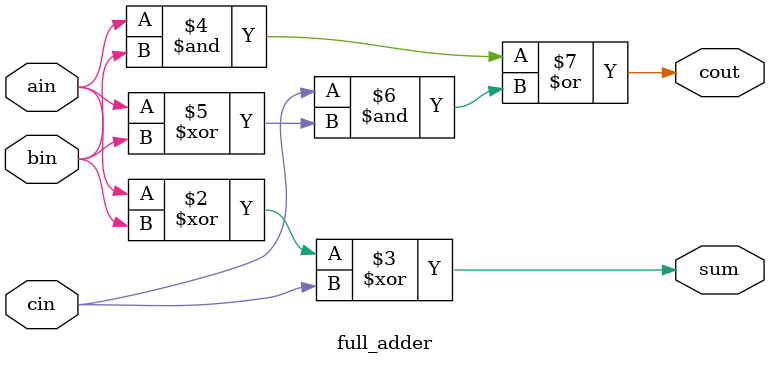
<source format=v>
module full_adder (
    output reg cout,
    output reg sum,
    input wire ain,
    input wire bin,
    input wire cin
);

always @(*) begin
    sum = ain ^ bin ^ cin;
    cout = (ain & bin) | (cin & (ain ^ bin));
end

endmodule

</source>
